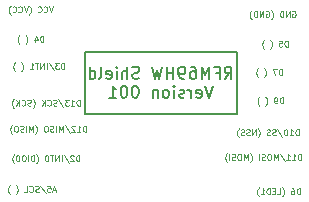
<source format=gbr>
%TF.GenerationSoftware,KiCad,Pcbnew,6.0.5-a6ca702e91~116~ubuntu20.04.1*%
%TF.CreationDate,2022-05-08T08:16:30-05:00*%
%TF.ProjectId,RFM69HW_Shield_v001,52464d36-3948-4575-9f53-6869656c645f,rev?*%
%TF.SameCoordinates,Original*%
%TF.FileFunction,Legend,Bot*%
%TF.FilePolarity,Positive*%
%FSLAX46Y46*%
G04 Gerber Fmt 4.6, Leading zero omitted, Abs format (unit mm)*
G04 Created by KiCad (PCBNEW 6.0.5-a6ca702e91~116~ubuntu20.04.1) date 2022-05-08 08:16:30*
%MOMM*%
%LPD*%
G01*
G04 APERTURE LIST*
%ADD10C,0.150000*%
%ADD11C,0.125000*%
G04 APERTURE END LIST*
D10*
X147700000Y-82000000D02*
X160600000Y-82000000D01*
X160600000Y-82000000D02*
X160600000Y-87200000D01*
X160600000Y-87200000D02*
X147700000Y-87200000D01*
X147700000Y-87200000D02*
X147700000Y-82000000D01*
D11*
X145004761Y-78126190D02*
X144838095Y-78626190D01*
X144671428Y-78126190D01*
X144219047Y-78578571D02*
X144242857Y-78602380D01*
X144314285Y-78626190D01*
X144361904Y-78626190D01*
X144433333Y-78602380D01*
X144480952Y-78554761D01*
X144504761Y-78507142D01*
X144528571Y-78411904D01*
X144528571Y-78340476D01*
X144504761Y-78245238D01*
X144480952Y-78197619D01*
X144433333Y-78150000D01*
X144361904Y-78126190D01*
X144314285Y-78126190D01*
X144242857Y-78150000D01*
X144219047Y-78173809D01*
X143719047Y-78578571D02*
X143742857Y-78602380D01*
X143814285Y-78626190D01*
X143861904Y-78626190D01*
X143933333Y-78602380D01*
X143980952Y-78554761D01*
X144004761Y-78507142D01*
X144028571Y-78411904D01*
X144028571Y-78340476D01*
X144004761Y-78245238D01*
X143980952Y-78197619D01*
X143933333Y-78150000D01*
X143861904Y-78126190D01*
X143814285Y-78126190D01*
X143742857Y-78150000D01*
X143719047Y-78173809D01*
X142980952Y-78816666D02*
X143004761Y-78792857D01*
X143052380Y-78721428D01*
X143076190Y-78673809D01*
X143100000Y-78602380D01*
X143123809Y-78483333D01*
X143123809Y-78388095D01*
X143100000Y-78269047D01*
X143076190Y-78197619D01*
X143052380Y-78150000D01*
X143004761Y-78078571D01*
X142980952Y-78054761D01*
X142861904Y-78126190D02*
X142695238Y-78626190D01*
X142528571Y-78126190D01*
X142076190Y-78578571D02*
X142100000Y-78602380D01*
X142171428Y-78626190D01*
X142219047Y-78626190D01*
X142290476Y-78602380D01*
X142338095Y-78554761D01*
X142361904Y-78507142D01*
X142385714Y-78411904D01*
X142385714Y-78340476D01*
X142361904Y-78245238D01*
X142338095Y-78197619D01*
X142290476Y-78150000D01*
X142219047Y-78126190D01*
X142171428Y-78126190D01*
X142100000Y-78150000D01*
X142076190Y-78173809D01*
X141576190Y-78578571D02*
X141600000Y-78602380D01*
X141671428Y-78626190D01*
X141719047Y-78626190D01*
X141790476Y-78602380D01*
X141838095Y-78554761D01*
X141861904Y-78507142D01*
X141885714Y-78411904D01*
X141885714Y-78340476D01*
X141861904Y-78245238D01*
X141838095Y-78197619D01*
X141790476Y-78150000D01*
X141719047Y-78126190D01*
X141671428Y-78126190D01*
X141600000Y-78150000D01*
X141576190Y-78173809D01*
X141409523Y-78816666D02*
X141385714Y-78792857D01*
X141338095Y-78721428D01*
X141314285Y-78673809D01*
X141290476Y-78602380D01*
X141266666Y-78483333D01*
X141266666Y-78388095D01*
X141290476Y-78269047D01*
X141314285Y-78197619D01*
X141338095Y-78150000D01*
X141385714Y-78078571D01*
X141409523Y-78054761D01*
X165266666Y-78550000D02*
X165314285Y-78526190D01*
X165385714Y-78526190D01*
X165457142Y-78550000D01*
X165504761Y-78597619D01*
X165528571Y-78645238D01*
X165552380Y-78740476D01*
X165552380Y-78811904D01*
X165528571Y-78907142D01*
X165504761Y-78954761D01*
X165457142Y-79002380D01*
X165385714Y-79026190D01*
X165338095Y-79026190D01*
X165266666Y-79002380D01*
X165242857Y-78978571D01*
X165242857Y-78811904D01*
X165338095Y-78811904D01*
X165028571Y-79026190D02*
X165028571Y-78526190D01*
X164742857Y-79026190D01*
X164742857Y-78526190D01*
X164504761Y-79026190D02*
X164504761Y-78526190D01*
X164385714Y-78526190D01*
X164314285Y-78550000D01*
X164266666Y-78597619D01*
X164242857Y-78645238D01*
X164219047Y-78740476D01*
X164219047Y-78811904D01*
X164242857Y-78907142D01*
X164266666Y-78954761D01*
X164314285Y-79002380D01*
X164385714Y-79026190D01*
X164504761Y-79026190D01*
X163480952Y-79216666D02*
X163504761Y-79192857D01*
X163552380Y-79121428D01*
X163576190Y-79073809D01*
X163600000Y-79002380D01*
X163623809Y-78883333D01*
X163623809Y-78788095D01*
X163600000Y-78669047D01*
X163576190Y-78597619D01*
X163552380Y-78550000D01*
X163504761Y-78478571D01*
X163480952Y-78454761D01*
X163028571Y-78550000D02*
X163076190Y-78526190D01*
X163147619Y-78526190D01*
X163219047Y-78550000D01*
X163266666Y-78597619D01*
X163290476Y-78645238D01*
X163314285Y-78740476D01*
X163314285Y-78811904D01*
X163290476Y-78907142D01*
X163266666Y-78954761D01*
X163219047Y-79002380D01*
X163147619Y-79026190D01*
X163100000Y-79026190D01*
X163028571Y-79002380D01*
X163004761Y-78978571D01*
X163004761Y-78811904D01*
X163100000Y-78811904D01*
X162790476Y-79026190D02*
X162790476Y-78526190D01*
X162504761Y-79026190D01*
X162504761Y-78526190D01*
X162266666Y-79026190D02*
X162266666Y-78526190D01*
X162147619Y-78526190D01*
X162076190Y-78550000D01*
X162028571Y-78597619D01*
X162004761Y-78645238D01*
X161980952Y-78740476D01*
X161980952Y-78811904D01*
X162004761Y-78907142D01*
X162028571Y-78954761D01*
X162076190Y-79002380D01*
X162147619Y-79026190D01*
X162266666Y-79026190D01*
X161814285Y-79216666D02*
X161790476Y-79192857D01*
X161742857Y-79121428D01*
X161719047Y-79073809D01*
X161695238Y-79002380D01*
X161671428Y-78883333D01*
X161671428Y-78788095D01*
X161695238Y-78669047D01*
X161719047Y-78597619D01*
X161742857Y-78550000D01*
X161790476Y-78478571D01*
X161814285Y-78454761D01*
X165807142Y-89026190D02*
X165807142Y-88526190D01*
X165688095Y-88526190D01*
X165616666Y-88550000D01*
X165569047Y-88597619D01*
X165545238Y-88645238D01*
X165521428Y-88740476D01*
X165521428Y-88811904D01*
X165545238Y-88907142D01*
X165569047Y-88954761D01*
X165616666Y-89002380D01*
X165688095Y-89026190D01*
X165807142Y-89026190D01*
X165045238Y-89026190D02*
X165330952Y-89026190D01*
X165188095Y-89026190D02*
X165188095Y-88526190D01*
X165235714Y-88597619D01*
X165283333Y-88645238D01*
X165330952Y-88669047D01*
X164735714Y-88526190D02*
X164688095Y-88526190D01*
X164640476Y-88550000D01*
X164616666Y-88573809D01*
X164592857Y-88621428D01*
X164569047Y-88716666D01*
X164569047Y-88835714D01*
X164592857Y-88930952D01*
X164616666Y-88978571D01*
X164640476Y-89002380D01*
X164688095Y-89026190D01*
X164735714Y-89026190D01*
X164783333Y-89002380D01*
X164807142Y-88978571D01*
X164830952Y-88930952D01*
X164854761Y-88835714D01*
X164854761Y-88716666D01*
X164830952Y-88621428D01*
X164807142Y-88573809D01*
X164783333Y-88550000D01*
X164735714Y-88526190D01*
X163997619Y-88502380D02*
X164426190Y-89145238D01*
X163854761Y-89002380D02*
X163783333Y-89026190D01*
X163664285Y-89026190D01*
X163616666Y-89002380D01*
X163592857Y-88978571D01*
X163569047Y-88930952D01*
X163569047Y-88883333D01*
X163592857Y-88835714D01*
X163616666Y-88811904D01*
X163664285Y-88788095D01*
X163759523Y-88764285D01*
X163807142Y-88740476D01*
X163830952Y-88716666D01*
X163854761Y-88669047D01*
X163854761Y-88621428D01*
X163830952Y-88573809D01*
X163807142Y-88550000D01*
X163759523Y-88526190D01*
X163640476Y-88526190D01*
X163569047Y-88550000D01*
X163378571Y-89002380D02*
X163307142Y-89026190D01*
X163188095Y-89026190D01*
X163140476Y-89002380D01*
X163116666Y-88978571D01*
X163092857Y-88930952D01*
X163092857Y-88883333D01*
X163116666Y-88835714D01*
X163140476Y-88811904D01*
X163188095Y-88788095D01*
X163283333Y-88764285D01*
X163330952Y-88740476D01*
X163354761Y-88716666D01*
X163378571Y-88669047D01*
X163378571Y-88621428D01*
X163354761Y-88573809D01*
X163330952Y-88550000D01*
X163283333Y-88526190D01*
X163164285Y-88526190D01*
X163092857Y-88550000D01*
X162354761Y-89216666D02*
X162378571Y-89192857D01*
X162426190Y-89121428D01*
X162450000Y-89073809D01*
X162473809Y-89002380D01*
X162497619Y-88883333D01*
X162497619Y-88788095D01*
X162473809Y-88669047D01*
X162450000Y-88597619D01*
X162426190Y-88550000D01*
X162378571Y-88478571D01*
X162354761Y-88454761D01*
X162164285Y-89026190D02*
X162164285Y-88526190D01*
X161878571Y-89026190D01*
X161878571Y-88526190D01*
X161664285Y-89002380D02*
X161592857Y-89026190D01*
X161473809Y-89026190D01*
X161426190Y-89002380D01*
X161402380Y-88978571D01*
X161378571Y-88930952D01*
X161378571Y-88883333D01*
X161402380Y-88835714D01*
X161426190Y-88811904D01*
X161473809Y-88788095D01*
X161569047Y-88764285D01*
X161616666Y-88740476D01*
X161640476Y-88716666D01*
X161664285Y-88669047D01*
X161664285Y-88621428D01*
X161640476Y-88573809D01*
X161616666Y-88550000D01*
X161569047Y-88526190D01*
X161450000Y-88526190D01*
X161378571Y-88550000D01*
X161188095Y-89002380D02*
X161116666Y-89026190D01*
X160997619Y-89026190D01*
X160950000Y-89002380D01*
X160926190Y-88978571D01*
X160902380Y-88930952D01*
X160902380Y-88883333D01*
X160926190Y-88835714D01*
X160950000Y-88811904D01*
X160997619Y-88788095D01*
X161092857Y-88764285D01*
X161140476Y-88740476D01*
X161164285Y-88716666D01*
X161188095Y-88669047D01*
X161188095Y-88621428D01*
X161164285Y-88573809D01*
X161140476Y-88550000D01*
X161092857Y-88526190D01*
X160973809Y-88526190D01*
X160902380Y-88550000D01*
X160735714Y-89216666D02*
X160711904Y-89192857D01*
X160664285Y-89121428D01*
X160640476Y-89073809D01*
X160616666Y-89002380D01*
X160592857Y-88883333D01*
X160592857Y-88788095D01*
X160616666Y-88669047D01*
X160640476Y-88597619D01*
X160664285Y-88550000D01*
X160711904Y-88478571D01*
X160735714Y-88454761D01*
X145223809Y-93683333D02*
X144985714Y-93683333D01*
X145271428Y-93826190D02*
X145104761Y-93326190D01*
X144938095Y-93826190D01*
X144533333Y-93326190D02*
X144771428Y-93326190D01*
X144795238Y-93564285D01*
X144771428Y-93540476D01*
X144723809Y-93516666D01*
X144604761Y-93516666D01*
X144557142Y-93540476D01*
X144533333Y-93564285D01*
X144509523Y-93611904D01*
X144509523Y-93730952D01*
X144533333Y-93778571D01*
X144557142Y-93802380D01*
X144604761Y-93826190D01*
X144723809Y-93826190D01*
X144771428Y-93802380D01*
X144795238Y-93778571D01*
X143938095Y-93302380D02*
X144366666Y-93945238D01*
X143795238Y-93802380D02*
X143723809Y-93826190D01*
X143604761Y-93826190D01*
X143557142Y-93802380D01*
X143533333Y-93778571D01*
X143509523Y-93730952D01*
X143509523Y-93683333D01*
X143533333Y-93635714D01*
X143557142Y-93611904D01*
X143604761Y-93588095D01*
X143700000Y-93564285D01*
X143747619Y-93540476D01*
X143771428Y-93516666D01*
X143795238Y-93469047D01*
X143795238Y-93421428D01*
X143771428Y-93373809D01*
X143747619Y-93350000D01*
X143700000Y-93326190D01*
X143580952Y-93326190D01*
X143509523Y-93350000D01*
X143009523Y-93778571D02*
X143033333Y-93802380D01*
X143104761Y-93826190D01*
X143152380Y-93826190D01*
X143223809Y-93802380D01*
X143271428Y-93754761D01*
X143295238Y-93707142D01*
X143319047Y-93611904D01*
X143319047Y-93540476D01*
X143295238Y-93445238D01*
X143271428Y-93397619D01*
X143223809Y-93350000D01*
X143152380Y-93326190D01*
X143104761Y-93326190D01*
X143033333Y-93350000D01*
X143009523Y-93373809D01*
X142557142Y-93826190D02*
X142795238Y-93826190D01*
X142795238Y-93326190D01*
X141866666Y-94016666D02*
X141890476Y-93992857D01*
X141938095Y-93921428D01*
X141961904Y-93873809D01*
X141985714Y-93802380D01*
X142009523Y-93683333D01*
X142009523Y-93588095D01*
X141985714Y-93469047D01*
X141961904Y-93397619D01*
X141938095Y-93350000D01*
X141890476Y-93278571D01*
X141866666Y-93254761D01*
X141342857Y-94016666D02*
X141319047Y-93992857D01*
X141271428Y-93921428D01*
X141247619Y-93873809D01*
X141223809Y-93802380D01*
X141200000Y-93683333D01*
X141200000Y-93588095D01*
X141223809Y-93469047D01*
X141247619Y-93397619D01*
X141271428Y-93350000D01*
X141319047Y-93278571D01*
X141342857Y-93254761D01*
X147802380Y-88726190D02*
X147802380Y-88226190D01*
X147683333Y-88226190D01*
X147611904Y-88250000D01*
X147564285Y-88297619D01*
X147540476Y-88345238D01*
X147516666Y-88440476D01*
X147516666Y-88511904D01*
X147540476Y-88607142D01*
X147564285Y-88654761D01*
X147611904Y-88702380D01*
X147683333Y-88726190D01*
X147802380Y-88726190D01*
X147040476Y-88726190D02*
X147326190Y-88726190D01*
X147183333Y-88726190D02*
X147183333Y-88226190D01*
X147230952Y-88297619D01*
X147278571Y-88345238D01*
X147326190Y-88369047D01*
X146850000Y-88273809D02*
X146826190Y-88250000D01*
X146778571Y-88226190D01*
X146659523Y-88226190D01*
X146611904Y-88250000D01*
X146588095Y-88273809D01*
X146564285Y-88321428D01*
X146564285Y-88369047D01*
X146588095Y-88440476D01*
X146873809Y-88726190D01*
X146564285Y-88726190D01*
X145992857Y-88202380D02*
X146421428Y-88845238D01*
X145826190Y-88726190D02*
X145826190Y-88226190D01*
X145659523Y-88583333D01*
X145492857Y-88226190D01*
X145492857Y-88726190D01*
X145254761Y-88726190D02*
X145254761Y-88226190D01*
X145040476Y-88702380D02*
X144969047Y-88726190D01*
X144850000Y-88726190D01*
X144802380Y-88702380D01*
X144778571Y-88678571D01*
X144754761Y-88630952D01*
X144754761Y-88583333D01*
X144778571Y-88535714D01*
X144802380Y-88511904D01*
X144850000Y-88488095D01*
X144945238Y-88464285D01*
X144992857Y-88440476D01*
X145016666Y-88416666D01*
X145040476Y-88369047D01*
X145040476Y-88321428D01*
X145016666Y-88273809D01*
X144992857Y-88250000D01*
X144945238Y-88226190D01*
X144826190Y-88226190D01*
X144754761Y-88250000D01*
X144445238Y-88226190D02*
X144350000Y-88226190D01*
X144302380Y-88250000D01*
X144254761Y-88297619D01*
X144230952Y-88392857D01*
X144230952Y-88559523D01*
X144254761Y-88654761D01*
X144302380Y-88702380D01*
X144350000Y-88726190D01*
X144445238Y-88726190D01*
X144492857Y-88702380D01*
X144540476Y-88654761D01*
X144564285Y-88559523D01*
X144564285Y-88392857D01*
X144540476Y-88297619D01*
X144492857Y-88250000D01*
X144445238Y-88226190D01*
X143492857Y-88916666D02*
X143516666Y-88892857D01*
X143564285Y-88821428D01*
X143588095Y-88773809D01*
X143611904Y-88702380D01*
X143635714Y-88583333D01*
X143635714Y-88488095D01*
X143611904Y-88369047D01*
X143588095Y-88297619D01*
X143564285Y-88250000D01*
X143516666Y-88178571D01*
X143492857Y-88154761D01*
X143302380Y-88726190D02*
X143302380Y-88226190D01*
X143135714Y-88583333D01*
X142969047Y-88226190D01*
X142969047Y-88726190D01*
X142730952Y-88726190D02*
X142730952Y-88226190D01*
X142516666Y-88702380D02*
X142445238Y-88726190D01*
X142326190Y-88726190D01*
X142278571Y-88702380D01*
X142254761Y-88678571D01*
X142230952Y-88630952D01*
X142230952Y-88583333D01*
X142254761Y-88535714D01*
X142278571Y-88511904D01*
X142326190Y-88488095D01*
X142421428Y-88464285D01*
X142469047Y-88440476D01*
X142492857Y-88416666D01*
X142516666Y-88369047D01*
X142516666Y-88321428D01*
X142492857Y-88273809D01*
X142469047Y-88250000D01*
X142421428Y-88226190D01*
X142302380Y-88226190D01*
X142230952Y-88250000D01*
X141921428Y-88226190D02*
X141826190Y-88226190D01*
X141778571Y-88250000D01*
X141730952Y-88297619D01*
X141707142Y-88392857D01*
X141707142Y-88559523D01*
X141730952Y-88654761D01*
X141778571Y-88702380D01*
X141826190Y-88726190D01*
X141921428Y-88726190D01*
X141969047Y-88702380D01*
X142016666Y-88654761D01*
X142040476Y-88559523D01*
X142040476Y-88392857D01*
X142016666Y-88297619D01*
X141969047Y-88250000D01*
X141921428Y-88226190D01*
X141540476Y-88916666D02*
X141516666Y-88892857D01*
X141469047Y-88821428D01*
X141445238Y-88773809D01*
X141421428Y-88702380D01*
X141397619Y-88583333D01*
X141397619Y-88488095D01*
X141421428Y-88369047D01*
X141445238Y-88297619D01*
X141469047Y-88250000D01*
X141516666Y-88178571D01*
X141540476Y-88154761D01*
D10*
X159528571Y-84247380D02*
X159861904Y-83771190D01*
X160100000Y-84247380D02*
X160100000Y-83247380D01*
X159719047Y-83247380D01*
X159623809Y-83295000D01*
X159576190Y-83342619D01*
X159528571Y-83437857D01*
X159528571Y-83580714D01*
X159576190Y-83675952D01*
X159623809Y-83723571D01*
X159719047Y-83771190D01*
X160100000Y-83771190D01*
X158766666Y-83723571D02*
X159100000Y-83723571D01*
X159100000Y-84247380D02*
X159100000Y-83247380D01*
X158623809Y-83247380D01*
X158242857Y-84247380D02*
X158242857Y-83247380D01*
X157909523Y-83961666D01*
X157576190Y-83247380D01*
X157576190Y-84247380D01*
X156671428Y-83247380D02*
X156861904Y-83247380D01*
X156957142Y-83295000D01*
X157004761Y-83342619D01*
X157100000Y-83485476D01*
X157147619Y-83675952D01*
X157147619Y-84056904D01*
X157100000Y-84152142D01*
X157052380Y-84199761D01*
X156957142Y-84247380D01*
X156766666Y-84247380D01*
X156671428Y-84199761D01*
X156623809Y-84152142D01*
X156576190Y-84056904D01*
X156576190Y-83818809D01*
X156623809Y-83723571D01*
X156671428Y-83675952D01*
X156766666Y-83628333D01*
X156957142Y-83628333D01*
X157052380Y-83675952D01*
X157100000Y-83723571D01*
X157147619Y-83818809D01*
X156100000Y-84247380D02*
X155909523Y-84247380D01*
X155814285Y-84199761D01*
X155766666Y-84152142D01*
X155671428Y-84009285D01*
X155623809Y-83818809D01*
X155623809Y-83437857D01*
X155671428Y-83342619D01*
X155719047Y-83295000D01*
X155814285Y-83247380D01*
X156004761Y-83247380D01*
X156100000Y-83295000D01*
X156147619Y-83342619D01*
X156195238Y-83437857D01*
X156195238Y-83675952D01*
X156147619Y-83771190D01*
X156100000Y-83818809D01*
X156004761Y-83866428D01*
X155814285Y-83866428D01*
X155719047Y-83818809D01*
X155671428Y-83771190D01*
X155623809Y-83675952D01*
X155195238Y-84247380D02*
X155195238Y-83247380D01*
X155195238Y-83723571D02*
X154623809Y-83723571D01*
X154623809Y-84247380D02*
X154623809Y-83247380D01*
X154242857Y-83247380D02*
X154004761Y-84247380D01*
X153814285Y-83533095D01*
X153623809Y-84247380D01*
X153385714Y-83247380D01*
X152290476Y-84199761D02*
X152147619Y-84247380D01*
X151909523Y-84247380D01*
X151814285Y-84199761D01*
X151766666Y-84152142D01*
X151719047Y-84056904D01*
X151719047Y-83961666D01*
X151766666Y-83866428D01*
X151814285Y-83818809D01*
X151909523Y-83771190D01*
X152100000Y-83723571D01*
X152195238Y-83675952D01*
X152242857Y-83628333D01*
X152290476Y-83533095D01*
X152290476Y-83437857D01*
X152242857Y-83342619D01*
X152195238Y-83295000D01*
X152100000Y-83247380D01*
X151861904Y-83247380D01*
X151719047Y-83295000D01*
X151290476Y-84247380D02*
X151290476Y-83247380D01*
X150861904Y-84247380D02*
X150861904Y-83723571D01*
X150909523Y-83628333D01*
X151004761Y-83580714D01*
X151147619Y-83580714D01*
X151242857Y-83628333D01*
X151290476Y-83675952D01*
X150385714Y-84247380D02*
X150385714Y-83580714D01*
X150385714Y-83247380D02*
X150433333Y-83295000D01*
X150385714Y-83342619D01*
X150338095Y-83295000D01*
X150385714Y-83247380D01*
X150385714Y-83342619D01*
X149528571Y-84199761D02*
X149623809Y-84247380D01*
X149814285Y-84247380D01*
X149909523Y-84199761D01*
X149957142Y-84104523D01*
X149957142Y-83723571D01*
X149909523Y-83628333D01*
X149814285Y-83580714D01*
X149623809Y-83580714D01*
X149528571Y-83628333D01*
X149480952Y-83723571D01*
X149480952Y-83818809D01*
X149957142Y-83914047D01*
X148909523Y-84247380D02*
X149004761Y-84199761D01*
X149052380Y-84104523D01*
X149052380Y-83247380D01*
X148100000Y-84247380D02*
X148100000Y-83247380D01*
X148100000Y-84199761D02*
X148195238Y-84247380D01*
X148385714Y-84247380D01*
X148480952Y-84199761D01*
X148528571Y-84152142D01*
X148576190Y-84056904D01*
X148576190Y-83771190D01*
X148528571Y-83675952D01*
X148480952Y-83628333D01*
X148385714Y-83580714D01*
X148195238Y-83580714D01*
X148100000Y-83628333D01*
X158528571Y-84857380D02*
X158195238Y-85857380D01*
X157861904Y-84857380D01*
X157147619Y-85809761D02*
X157242857Y-85857380D01*
X157433333Y-85857380D01*
X157528571Y-85809761D01*
X157576190Y-85714523D01*
X157576190Y-85333571D01*
X157528571Y-85238333D01*
X157433333Y-85190714D01*
X157242857Y-85190714D01*
X157147619Y-85238333D01*
X157100000Y-85333571D01*
X157100000Y-85428809D01*
X157576190Y-85524047D01*
X156671428Y-85857380D02*
X156671428Y-85190714D01*
X156671428Y-85381190D02*
X156623809Y-85285952D01*
X156576190Y-85238333D01*
X156480952Y-85190714D01*
X156385714Y-85190714D01*
X156100000Y-85809761D02*
X156004761Y-85857380D01*
X155814285Y-85857380D01*
X155719047Y-85809761D01*
X155671428Y-85714523D01*
X155671428Y-85666904D01*
X155719047Y-85571666D01*
X155814285Y-85524047D01*
X155957142Y-85524047D01*
X156052380Y-85476428D01*
X156100000Y-85381190D01*
X156100000Y-85333571D01*
X156052380Y-85238333D01*
X155957142Y-85190714D01*
X155814285Y-85190714D01*
X155719047Y-85238333D01*
X155242857Y-85857380D02*
X155242857Y-85190714D01*
X155242857Y-84857380D02*
X155290476Y-84905000D01*
X155242857Y-84952619D01*
X155195238Y-84905000D01*
X155242857Y-84857380D01*
X155242857Y-84952619D01*
X154623809Y-85857380D02*
X154719047Y-85809761D01*
X154766666Y-85762142D01*
X154814285Y-85666904D01*
X154814285Y-85381190D01*
X154766666Y-85285952D01*
X154719047Y-85238333D01*
X154623809Y-85190714D01*
X154480952Y-85190714D01*
X154385714Y-85238333D01*
X154338095Y-85285952D01*
X154290476Y-85381190D01*
X154290476Y-85666904D01*
X154338095Y-85762142D01*
X154385714Y-85809761D01*
X154480952Y-85857380D01*
X154623809Y-85857380D01*
X153861904Y-85190714D02*
X153861904Y-85857380D01*
X153861904Y-85285952D02*
X153814285Y-85238333D01*
X153719047Y-85190714D01*
X153576190Y-85190714D01*
X153480952Y-85238333D01*
X153433333Y-85333571D01*
X153433333Y-85857380D01*
X152004761Y-84857380D02*
X151909523Y-84857380D01*
X151814285Y-84905000D01*
X151766666Y-84952619D01*
X151719047Y-85047857D01*
X151671428Y-85238333D01*
X151671428Y-85476428D01*
X151719047Y-85666904D01*
X151766666Y-85762142D01*
X151814285Y-85809761D01*
X151909523Y-85857380D01*
X152004761Y-85857380D01*
X152100000Y-85809761D01*
X152147619Y-85762142D01*
X152195238Y-85666904D01*
X152242857Y-85476428D01*
X152242857Y-85238333D01*
X152195238Y-85047857D01*
X152147619Y-84952619D01*
X152100000Y-84905000D01*
X152004761Y-84857380D01*
X151052380Y-84857380D02*
X150957142Y-84857380D01*
X150861904Y-84905000D01*
X150814285Y-84952619D01*
X150766666Y-85047857D01*
X150719047Y-85238333D01*
X150719047Y-85476428D01*
X150766666Y-85666904D01*
X150814285Y-85762142D01*
X150861904Y-85809761D01*
X150957142Y-85857380D01*
X151052380Y-85857380D01*
X151147619Y-85809761D01*
X151195238Y-85762142D01*
X151242857Y-85666904D01*
X151290476Y-85476428D01*
X151290476Y-85238333D01*
X151242857Y-85047857D01*
X151195238Y-84952619D01*
X151147619Y-84905000D01*
X151052380Y-84857380D01*
X149766666Y-85857380D02*
X150338095Y-85857380D01*
X150052380Y-85857380D02*
X150052380Y-84857380D01*
X150147619Y-85000238D01*
X150242857Y-85095476D01*
X150338095Y-85143095D01*
D11*
X145954761Y-83426190D02*
X145954761Y-82926190D01*
X145835714Y-82926190D01*
X145764285Y-82950000D01*
X145716666Y-82997619D01*
X145692857Y-83045238D01*
X145669047Y-83140476D01*
X145669047Y-83211904D01*
X145692857Y-83307142D01*
X145716666Y-83354761D01*
X145764285Y-83402380D01*
X145835714Y-83426190D01*
X145954761Y-83426190D01*
X145502380Y-82926190D02*
X145192857Y-82926190D01*
X145359523Y-83116666D01*
X145288095Y-83116666D01*
X145240476Y-83140476D01*
X145216666Y-83164285D01*
X145192857Y-83211904D01*
X145192857Y-83330952D01*
X145216666Y-83378571D01*
X145240476Y-83402380D01*
X145288095Y-83426190D01*
X145430952Y-83426190D01*
X145478571Y-83402380D01*
X145502380Y-83378571D01*
X144621428Y-82902380D02*
X145050000Y-83545238D01*
X144454761Y-83426190D02*
X144454761Y-82926190D01*
X144216666Y-83426190D02*
X144216666Y-82926190D01*
X143930952Y-83426190D01*
X143930952Y-82926190D01*
X143764285Y-82926190D02*
X143478571Y-82926190D01*
X143621428Y-83426190D02*
X143621428Y-82926190D01*
X143050000Y-83426190D02*
X143335714Y-83426190D01*
X143192857Y-83426190D02*
X143192857Y-82926190D01*
X143240476Y-82997619D01*
X143288095Y-83045238D01*
X143335714Y-83069047D01*
X142311904Y-83616666D02*
X142335714Y-83592857D01*
X142383333Y-83521428D01*
X142407142Y-83473809D01*
X142430952Y-83402380D01*
X142454761Y-83283333D01*
X142454761Y-83188095D01*
X142430952Y-83069047D01*
X142407142Y-82997619D01*
X142383333Y-82950000D01*
X142335714Y-82878571D01*
X142311904Y-82854761D01*
X141788095Y-83616666D02*
X141764285Y-83592857D01*
X141716666Y-83521428D01*
X141692857Y-83473809D01*
X141669047Y-83402380D01*
X141645238Y-83283333D01*
X141645238Y-83188095D01*
X141669047Y-83069047D01*
X141692857Y-82997619D01*
X141716666Y-82950000D01*
X141764285Y-82878571D01*
X141788095Y-82854761D01*
X165909523Y-94026190D02*
X165909523Y-93526190D01*
X165790476Y-93526190D01*
X165719047Y-93550000D01*
X165671428Y-93597619D01*
X165647619Y-93645238D01*
X165623809Y-93740476D01*
X165623809Y-93811904D01*
X165647619Y-93907142D01*
X165671428Y-93954761D01*
X165719047Y-94002380D01*
X165790476Y-94026190D01*
X165909523Y-94026190D01*
X165195238Y-93526190D02*
X165290476Y-93526190D01*
X165338095Y-93550000D01*
X165361904Y-93573809D01*
X165409523Y-93645238D01*
X165433333Y-93740476D01*
X165433333Y-93930952D01*
X165409523Y-93978571D01*
X165385714Y-94002380D01*
X165338095Y-94026190D01*
X165242857Y-94026190D01*
X165195238Y-94002380D01*
X165171428Y-93978571D01*
X165147619Y-93930952D01*
X165147619Y-93811904D01*
X165171428Y-93764285D01*
X165195238Y-93740476D01*
X165242857Y-93716666D01*
X165338095Y-93716666D01*
X165385714Y-93740476D01*
X165409523Y-93764285D01*
X165433333Y-93811904D01*
X164409523Y-94216666D02*
X164433333Y-94192857D01*
X164480952Y-94121428D01*
X164504761Y-94073809D01*
X164528571Y-94002380D01*
X164552380Y-93883333D01*
X164552380Y-93788095D01*
X164528571Y-93669047D01*
X164504761Y-93597619D01*
X164480952Y-93550000D01*
X164433333Y-93478571D01*
X164409523Y-93454761D01*
X163980952Y-94026190D02*
X164219047Y-94026190D01*
X164219047Y-93526190D01*
X163814285Y-93764285D02*
X163647619Y-93764285D01*
X163576190Y-94026190D02*
X163814285Y-94026190D01*
X163814285Y-93526190D01*
X163576190Y-93526190D01*
X163361904Y-94026190D02*
X163361904Y-93526190D01*
X163242857Y-93526190D01*
X163171428Y-93550000D01*
X163123809Y-93597619D01*
X163100000Y-93645238D01*
X163076190Y-93740476D01*
X163076190Y-93811904D01*
X163100000Y-93907142D01*
X163123809Y-93954761D01*
X163171428Y-94002380D01*
X163242857Y-94026190D01*
X163361904Y-94026190D01*
X162600000Y-94026190D02*
X162885714Y-94026190D01*
X162742857Y-94026190D02*
X162742857Y-93526190D01*
X162790476Y-93597619D01*
X162838095Y-93645238D01*
X162885714Y-93669047D01*
X162433333Y-94216666D02*
X162409523Y-94192857D01*
X162361904Y-94121428D01*
X162338095Y-94073809D01*
X162314285Y-94002380D01*
X162290476Y-93883333D01*
X162290476Y-93788095D01*
X162314285Y-93669047D01*
X162338095Y-93597619D01*
X162361904Y-93550000D01*
X162409523Y-93478571D01*
X162433333Y-93454761D01*
X144183333Y-81126190D02*
X144183333Y-80626190D01*
X144064285Y-80626190D01*
X143992857Y-80650000D01*
X143945238Y-80697619D01*
X143921428Y-80745238D01*
X143897619Y-80840476D01*
X143897619Y-80911904D01*
X143921428Y-81007142D01*
X143945238Y-81054761D01*
X143992857Y-81102380D01*
X144064285Y-81126190D01*
X144183333Y-81126190D01*
X143469047Y-80792857D02*
X143469047Y-81126190D01*
X143588095Y-80602380D02*
X143707142Y-80959523D01*
X143397619Y-80959523D01*
X142683333Y-81316666D02*
X142707142Y-81292857D01*
X142754761Y-81221428D01*
X142778571Y-81173809D01*
X142802380Y-81102380D01*
X142826190Y-80983333D01*
X142826190Y-80888095D01*
X142802380Y-80769047D01*
X142778571Y-80697619D01*
X142754761Y-80650000D01*
X142707142Y-80578571D01*
X142683333Y-80554761D01*
X142159523Y-81316666D02*
X142135714Y-81292857D01*
X142088095Y-81221428D01*
X142064285Y-81173809D01*
X142040476Y-81102380D01*
X142016666Y-80983333D01*
X142016666Y-80888095D01*
X142040476Y-80769047D01*
X142064285Y-80697619D01*
X142088095Y-80650000D01*
X142135714Y-80578571D01*
X142159523Y-80554761D01*
X147269047Y-86526190D02*
X147269047Y-86026190D01*
X147150000Y-86026190D01*
X147078571Y-86050000D01*
X147030952Y-86097619D01*
X147007142Y-86145238D01*
X146983333Y-86240476D01*
X146983333Y-86311904D01*
X147007142Y-86407142D01*
X147030952Y-86454761D01*
X147078571Y-86502380D01*
X147150000Y-86526190D01*
X147269047Y-86526190D01*
X146507142Y-86526190D02*
X146792857Y-86526190D01*
X146650000Y-86526190D02*
X146650000Y-86026190D01*
X146697619Y-86097619D01*
X146745238Y-86145238D01*
X146792857Y-86169047D01*
X146340476Y-86026190D02*
X146030952Y-86026190D01*
X146197619Y-86216666D01*
X146126190Y-86216666D01*
X146078571Y-86240476D01*
X146054761Y-86264285D01*
X146030952Y-86311904D01*
X146030952Y-86430952D01*
X146054761Y-86478571D01*
X146078571Y-86502380D01*
X146126190Y-86526190D01*
X146269047Y-86526190D01*
X146316666Y-86502380D01*
X146340476Y-86478571D01*
X145459523Y-86002380D02*
X145888095Y-86645238D01*
X145316666Y-86502380D02*
X145245238Y-86526190D01*
X145126190Y-86526190D01*
X145078571Y-86502380D01*
X145054761Y-86478571D01*
X145030952Y-86430952D01*
X145030952Y-86383333D01*
X145054761Y-86335714D01*
X145078571Y-86311904D01*
X145126190Y-86288095D01*
X145221428Y-86264285D01*
X145269047Y-86240476D01*
X145292857Y-86216666D01*
X145316666Y-86169047D01*
X145316666Y-86121428D01*
X145292857Y-86073809D01*
X145269047Y-86050000D01*
X145221428Y-86026190D01*
X145102380Y-86026190D01*
X145030952Y-86050000D01*
X144530952Y-86478571D02*
X144554761Y-86502380D01*
X144626190Y-86526190D01*
X144673809Y-86526190D01*
X144745238Y-86502380D01*
X144792857Y-86454761D01*
X144816666Y-86407142D01*
X144840476Y-86311904D01*
X144840476Y-86240476D01*
X144816666Y-86145238D01*
X144792857Y-86097619D01*
X144745238Y-86050000D01*
X144673809Y-86026190D01*
X144626190Y-86026190D01*
X144554761Y-86050000D01*
X144530952Y-86073809D01*
X144316666Y-86526190D02*
X144316666Y-86026190D01*
X144030952Y-86526190D02*
X144245238Y-86240476D01*
X144030952Y-86026190D02*
X144316666Y-86311904D01*
X143292857Y-86716666D02*
X143316666Y-86692857D01*
X143364285Y-86621428D01*
X143388095Y-86573809D01*
X143411904Y-86502380D01*
X143435714Y-86383333D01*
X143435714Y-86288095D01*
X143411904Y-86169047D01*
X143388095Y-86097619D01*
X143364285Y-86050000D01*
X143316666Y-85978571D01*
X143292857Y-85954761D01*
X143126190Y-86502380D02*
X143054761Y-86526190D01*
X142935714Y-86526190D01*
X142888095Y-86502380D01*
X142864285Y-86478571D01*
X142840476Y-86430952D01*
X142840476Y-86383333D01*
X142864285Y-86335714D01*
X142888095Y-86311904D01*
X142935714Y-86288095D01*
X143030952Y-86264285D01*
X143078571Y-86240476D01*
X143102380Y-86216666D01*
X143126190Y-86169047D01*
X143126190Y-86121428D01*
X143102380Y-86073809D01*
X143078571Y-86050000D01*
X143030952Y-86026190D01*
X142911904Y-86026190D01*
X142840476Y-86050000D01*
X142340476Y-86478571D02*
X142364285Y-86502380D01*
X142435714Y-86526190D01*
X142483333Y-86526190D01*
X142554761Y-86502380D01*
X142602380Y-86454761D01*
X142626190Y-86407142D01*
X142650000Y-86311904D01*
X142650000Y-86240476D01*
X142626190Y-86145238D01*
X142602380Y-86097619D01*
X142554761Y-86050000D01*
X142483333Y-86026190D01*
X142435714Y-86026190D01*
X142364285Y-86050000D01*
X142340476Y-86073809D01*
X142126190Y-86526190D02*
X142126190Y-86026190D01*
X141840476Y-86526190D02*
X142054761Y-86240476D01*
X141840476Y-86026190D02*
X142126190Y-86311904D01*
X141673809Y-86716666D02*
X141650000Y-86692857D01*
X141602380Y-86621428D01*
X141578571Y-86573809D01*
X141554761Y-86502380D01*
X141530952Y-86383333D01*
X141530952Y-86288095D01*
X141554761Y-86169047D01*
X141578571Y-86097619D01*
X141602380Y-86050000D01*
X141650000Y-85978571D01*
X141673809Y-85954761D01*
X166002380Y-91126190D02*
X166002380Y-90626190D01*
X165883333Y-90626190D01*
X165811904Y-90650000D01*
X165764285Y-90697619D01*
X165740476Y-90745238D01*
X165716666Y-90840476D01*
X165716666Y-90911904D01*
X165740476Y-91007142D01*
X165764285Y-91054761D01*
X165811904Y-91102380D01*
X165883333Y-91126190D01*
X166002380Y-91126190D01*
X165240476Y-91126190D02*
X165526190Y-91126190D01*
X165383333Y-91126190D02*
X165383333Y-90626190D01*
X165430952Y-90697619D01*
X165478571Y-90745238D01*
X165526190Y-90769047D01*
X164764285Y-91126190D02*
X165050000Y-91126190D01*
X164907142Y-91126190D02*
X164907142Y-90626190D01*
X164954761Y-90697619D01*
X165002380Y-90745238D01*
X165050000Y-90769047D01*
X164192857Y-90602380D02*
X164621428Y-91245238D01*
X164026190Y-91126190D02*
X164026190Y-90626190D01*
X163859523Y-90983333D01*
X163692857Y-90626190D01*
X163692857Y-91126190D01*
X163359523Y-90626190D02*
X163264285Y-90626190D01*
X163216666Y-90650000D01*
X163169047Y-90697619D01*
X163145238Y-90792857D01*
X163145238Y-90959523D01*
X163169047Y-91054761D01*
X163216666Y-91102380D01*
X163264285Y-91126190D01*
X163359523Y-91126190D01*
X163407142Y-91102380D01*
X163454761Y-91054761D01*
X163478571Y-90959523D01*
X163478571Y-90792857D01*
X163454761Y-90697619D01*
X163407142Y-90650000D01*
X163359523Y-90626190D01*
X162954761Y-91102380D02*
X162883333Y-91126190D01*
X162764285Y-91126190D01*
X162716666Y-91102380D01*
X162692857Y-91078571D01*
X162669047Y-91030952D01*
X162669047Y-90983333D01*
X162692857Y-90935714D01*
X162716666Y-90911904D01*
X162764285Y-90888095D01*
X162859523Y-90864285D01*
X162907142Y-90840476D01*
X162930952Y-90816666D01*
X162954761Y-90769047D01*
X162954761Y-90721428D01*
X162930952Y-90673809D01*
X162907142Y-90650000D01*
X162859523Y-90626190D01*
X162740476Y-90626190D01*
X162669047Y-90650000D01*
X162454761Y-91126190D02*
X162454761Y-90626190D01*
X161692857Y-91316666D02*
X161716666Y-91292857D01*
X161764285Y-91221428D01*
X161788095Y-91173809D01*
X161811904Y-91102380D01*
X161835714Y-90983333D01*
X161835714Y-90888095D01*
X161811904Y-90769047D01*
X161788095Y-90697619D01*
X161764285Y-90650000D01*
X161716666Y-90578571D01*
X161692857Y-90554761D01*
X161502380Y-91126190D02*
X161502380Y-90626190D01*
X161335714Y-90983333D01*
X161169047Y-90626190D01*
X161169047Y-91126190D01*
X160835714Y-90626190D02*
X160740476Y-90626190D01*
X160692857Y-90650000D01*
X160645238Y-90697619D01*
X160621428Y-90792857D01*
X160621428Y-90959523D01*
X160645238Y-91054761D01*
X160692857Y-91102380D01*
X160740476Y-91126190D01*
X160835714Y-91126190D01*
X160883333Y-91102380D01*
X160930952Y-91054761D01*
X160954761Y-90959523D01*
X160954761Y-90792857D01*
X160930952Y-90697619D01*
X160883333Y-90650000D01*
X160835714Y-90626190D01*
X160430952Y-91102380D02*
X160359523Y-91126190D01*
X160240476Y-91126190D01*
X160192857Y-91102380D01*
X160169047Y-91078571D01*
X160145238Y-91030952D01*
X160145238Y-90983333D01*
X160169047Y-90935714D01*
X160192857Y-90911904D01*
X160240476Y-90888095D01*
X160335714Y-90864285D01*
X160383333Y-90840476D01*
X160407142Y-90816666D01*
X160430952Y-90769047D01*
X160430952Y-90721428D01*
X160407142Y-90673809D01*
X160383333Y-90650000D01*
X160335714Y-90626190D01*
X160216666Y-90626190D01*
X160145238Y-90650000D01*
X159930952Y-91126190D02*
X159930952Y-90626190D01*
X159740476Y-91316666D02*
X159716666Y-91292857D01*
X159669047Y-91221428D01*
X159645238Y-91173809D01*
X159621428Y-91102380D01*
X159597619Y-90983333D01*
X159597619Y-90888095D01*
X159621428Y-90769047D01*
X159645238Y-90697619D01*
X159669047Y-90650000D01*
X159716666Y-90578571D01*
X159740476Y-90554761D01*
X164483333Y-86326190D02*
X164483333Y-85826190D01*
X164364285Y-85826190D01*
X164292857Y-85850000D01*
X164245238Y-85897619D01*
X164221428Y-85945238D01*
X164197619Y-86040476D01*
X164197619Y-86111904D01*
X164221428Y-86207142D01*
X164245238Y-86254761D01*
X164292857Y-86302380D01*
X164364285Y-86326190D01*
X164483333Y-86326190D01*
X163959523Y-86326190D02*
X163864285Y-86326190D01*
X163816666Y-86302380D01*
X163792857Y-86278571D01*
X163745238Y-86207142D01*
X163721428Y-86111904D01*
X163721428Y-85921428D01*
X163745238Y-85873809D01*
X163769047Y-85850000D01*
X163816666Y-85826190D01*
X163911904Y-85826190D01*
X163959523Y-85850000D01*
X163983333Y-85873809D01*
X164007142Y-85921428D01*
X164007142Y-86040476D01*
X163983333Y-86088095D01*
X163959523Y-86111904D01*
X163911904Y-86135714D01*
X163816666Y-86135714D01*
X163769047Y-86111904D01*
X163745238Y-86088095D01*
X163721428Y-86040476D01*
X162983333Y-86516666D02*
X163007142Y-86492857D01*
X163054761Y-86421428D01*
X163078571Y-86373809D01*
X163102380Y-86302380D01*
X163126190Y-86183333D01*
X163126190Y-86088095D01*
X163102380Y-85969047D01*
X163078571Y-85897619D01*
X163054761Y-85850000D01*
X163007142Y-85778571D01*
X162983333Y-85754761D01*
X162459523Y-86516666D02*
X162435714Y-86492857D01*
X162388095Y-86421428D01*
X162364285Y-86373809D01*
X162340476Y-86302380D01*
X162316666Y-86183333D01*
X162316666Y-86088095D01*
X162340476Y-85969047D01*
X162364285Y-85897619D01*
X162388095Y-85850000D01*
X162435714Y-85778571D01*
X162459523Y-85754761D01*
X147233333Y-91226190D02*
X147233333Y-90726190D01*
X147114285Y-90726190D01*
X147042857Y-90750000D01*
X146995238Y-90797619D01*
X146971428Y-90845238D01*
X146947619Y-90940476D01*
X146947619Y-91011904D01*
X146971428Y-91107142D01*
X146995238Y-91154761D01*
X147042857Y-91202380D01*
X147114285Y-91226190D01*
X147233333Y-91226190D01*
X146757142Y-90773809D02*
X146733333Y-90750000D01*
X146685714Y-90726190D01*
X146566666Y-90726190D01*
X146519047Y-90750000D01*
X146495238Y-90773809D01*
X146471428Y-90821428D01*
X146471428Y-90869047D01*
X146495238Y-90940476D01*
X146780952Y-91226190D01*
X146471428Y-91226190D01*
X145900000Y-90702380D02*
X146328571Y-91345238D01*
X145733333Y-91226190D02*
X145733333Y-90726190D01*
X145495238Y-91226190D02*
X145495238Y-90726190D01*
X145209523Y-91226190D01*
X145209523Y-90726190D01*
X145042857Y-90726190D02*
X144757142Y-90726190D01*
X144900000Y-91226190D02*
X144900000Y-90726190D01*
X144495238Y-90726190D02*
X144447619Y-90726190D01*
X144400000Y-90750000D01*
X144376190Y-90773809D01*
X144352380Y-90821428D01*
X144328571Y-90916666D01*
X144328571Y-91035714D01*
X144352380Y-91130952D01*
X144376190Y-91178571D01*
X144400000Y-91202380D01*
X144447619Y-91226190D01*
X144495238Y-91226190D01*
X144542857Y-91202380D01*
X144566666Y-91178571D01*
X144590476Y-91130952D01*
X144614285Y-91035714D01*
X144614285Y-90916666D01*
X144590476Y-90821428D01*
X144566666Y-90773809D01*
X144542857Y-90750000D01*
X144495238Y-90726190D01*
X143590476Y-91416666D02*
X143614285Y-91392857D01*
X143661904Y-91321428D01*
X143685714Y-91273809D01*
X143709523Y-91202380D01*
X143733333Y-91083333D01*
X143733333Y-90988095D01*
X143709523Y-90869047D01*
X143685714Y-90797619D01*
X143661904Y-90750000D01*
X143614285Y-90678571D01*
X143590476Y-90654761D01*
X143400000Y-91226190D02*
X143400000Y-90726190D01*
X143280952Y-90726190D01*
X143209523Y-90750000D01*
X143161904Y-90797619D01*
X143138095Y-90845238D01*
X143114285Y-90940476D01*
X143114285Y-91011904D01*
X143138095Y-91107142D01*
X143161904Y-91154761D01*
X143209523Y-91202380D01*
X143280952Y-91226190D01*
X143400000Y-91226190D01*
X142900000Y-91226190D02*
X142900000Y-90726190D01*
X142566666Y-90726190D02*
X142471428Y-90726190D01*
X142423809Y-90750000D01*
X142376190Y-90797619D01*
X142352380Y-90892857D01*
X142352380Y-91059523D01*
X142376190Y-91154761D01*
X142423809Y-91202380D01*
X142471428Y-91226190D01*
X142566666Y-91226190D01*
X142614285Y-91202380D01*
X142661904Y-91154761D01*
X142685714Y-91059523D01*
X142685714Y-90892857D01*
X142661904Y-90797619D01*
X142614285Y-90750000D01*
X142566666Y-90726190D01*
X142042857Y-90726190D02*
X141995238Y-90726190D01*
X141947619Y-90750000D01*
X141923809Y-90773809D01*
X141900000Y-90821428D01*
X141876190Y-90916666D01*
X141876190Y-91035714D01*
X141900000Y-91130952D01*
X141923809Y-91178571D01*
X141947619Y-91202380D01*
X141995238Y-91226190D01*
X142042857Y-91226190D01*
X142090476Y-91202380D01*
X142114285Y-91178571D01*
X142138095Y-91130952D01*
X142161904Y-91035714D01*
X142161904Y-90916666D01*
X142138095Y-90821428D01*
X142114285Y-90773809D01*
X142090476Y-90750000D01*
X142042857Y-90726190D01*
X141709523Y-91416666D02*
X141685714Y-91392857D01*
X141638095Y-91321428D01*
X141614285Y-91273809D01*
X141590476Y-91202380D01*
X141566666Y-91083333D01*
X141566666Y-90988095D01*
X141590476Y-90869047D01*
X141614285Y-90797619D01*
X141638095Y-90750000D01*
X141685714Y-90678571D01*
X141709523Y-90654761D01*
X164883333Y-81526190D02*
X164883333Y-81026190D01*
X164764285Y-81026190D01*
X164692857Y-81050000D01*
X164645238Y-81097619D01*
X164621428Y-81145238D01*
X164597619Y-81240476D01*
X164597619Y-81311904D01*
X164621428Y-81407142D01*
X164645238Y-81454761D01*
X164692857Y-81502380D01*
X164764285Y-81526190D01*
X164883333Y-81526190D01*
X164145238Y-81026190D02*
X164383333Y-81026190D01*
X164407142Y-81264285D01*
X164383333Y-81240476D01*
X164335714Y-81216666D01*
X164216666Y-81216666D01*
X164169047Y-81240476D01*
X164145238Y-81264285D01*
X164121428Y-81311904D01*
X164121428Y-81430952D01*
X164145238Y-81478571D01*
X164169047Y-81502380D01*
X164216666Y-81526190D01*
X164335714Y-81526190D01*
X164383333Y-81502380D01*
X164407142Y-81478571D01*
X163383333Y-81716666D02*
X163407142Y-81692857D01*
X163454761Y-81621428D01*
X163478571Y-81573809D01*
X163502380Y-81502380D01*
X163526190Y-81383333D01*
X163526190Y-81288095D01*
X163502380Y-81169047D01*
X163478571Y-81097619D01*
X163454761Y-81050000D01*
X163407142Y-80978571D01*
X163383333Y-80954761D01*
X162859523Y-81716666D02*
X162835714Y-81692857D01*
X162788095Y-81621428D01*
X162764285Y-81573809D01*
X162740476Y-81502380D01*
X162716666Y-81383333D01*
X162716666Y-81288095D01*
X162740476Y-81169047D01*
X162764285Y-81097619D01*
X162788095Y-81050000D01*
X162835714Y-80978571D01*
X162859523Y-80954761D01*
X164383333Y-83926190D02*
X164383333Y-83426190D01*
X164264285Y-83426190D01*
X164192857Y-83450000D01*
X164145238Y-83497619D01*
X164121428Y-83545238D01*
X164097619Y-83640476D01*
X164097619Y-83711904D01*
X164121428Y-83807142D01*
X164145238Y-83854761D01*
X164192857Y-83902380D01*
X164264285Y-83926190D01*
X164383333Y-83926190D01*
X163930952Y-83426190D02*
X163597619Y-83426190D01*
X163811904Y-83926190D01*
X162883333Y-84116666D02*
X162907142Y-84092857D01*
X162954761Y-84021428D01*
X162978571Y-83973809D01*
X163002380Y-83902380D01*
X163026190Y-83783333D01*
X163026190Y-83688095D01*
X163002380Y-83569047D01*
X162978571Y-83497619D01*
X162954761Y-83450000D01*
X162907142Y-83378571D01*
X162883333Y-83354761D01*
X162359523Y-84116666D02*
X162335714Y-84092857D01*
X162288095Y-84021428D01*
X162264285Y-83973809D01*
X162240476Y-83902380D01*
X162216666Y-83783333D01*
X162216666Y-83688095D01*
X162240476Y-83569047D01*
X162264285Y-83497619D01*
X162288095Y-83450000D01*
X162335714Y-83378571D01*
X162359523Y-83354761D01*
M02*

</source>
